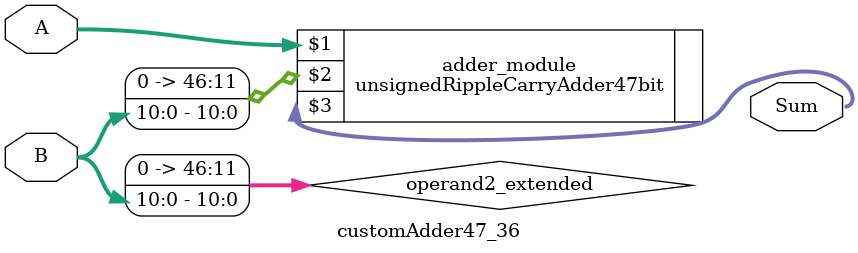
<source format=v>
module customAdder47_36(
                        input [46 : 0] A,
                        input [10 : 0] B,
                        
                        output [47 : 0] Sum
                );

        wire [46 : 0] operand2_extended;
        
        assign operand2_extended =  {36'b0, B};
        
        unsignedRippleCarryAdder47bit adder_module(
            A,
            operand2_extended,
            Sum
        );
        
        endmodule
        
</source>
